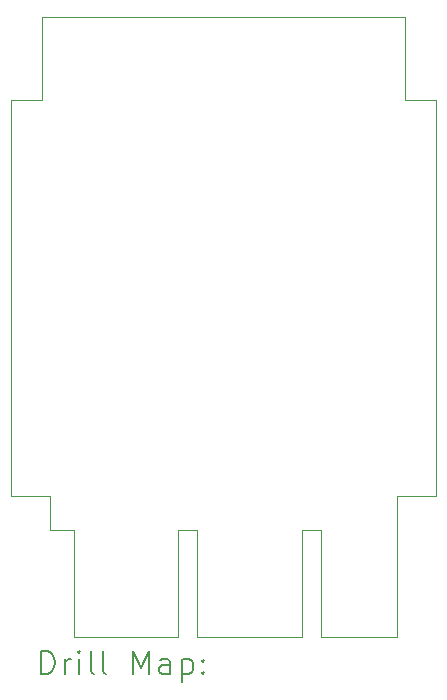
<source format=gbr>
%FSLAX45Y45*%
G04 Gerber Fmt 4.5, Leading zero omitted, Abs format (unit mm)*
G04 Created by KiCad (PCBNEW (6.0.1)) date 2022-02-03 01:48:56*
%MOMM*%
%LPD*%
G01*
G04 APERTURE LIST*
%TA.AperFunction,Profile*%
%ADD10C,0.050000*%
%TD*%
%ADD11C,0.200000*%
G04 APERTURE END LIST*
D10*
X19015000Y-11940000D02*
X19015000Y-12850000D01*
X17965000Y-11940000D02*
X17965000Y-12850000D01*
X20150000Y-11650000D02*
X19820000Y-11650000D01*
X18125000Y-12850000D02*
X18125000Y-11940000D01*
X19820000Y-12850000D02*
X19175000Y-12850000D01*
X17965000Y-12850000D02*
X17085000Y-12850000D01*
X19820000Y-11650000D02*
X19820000Y-12850000D01*
X19175000Y-11940000D02*
X19015000Y-11940000D01*
X16880000Y-11940000D02*
X16880000Y-11650000D01*
X18125000Y-11940000D02*
X17965000Y-11940000D01*
X19015000Y-12850000D02*
X18125000Y-12850000D01*
X19175000Y-12850000D02*
X19175000Y-11940000D01*
X17085000Y-11940000D02*
X16880000Y-11940000D01*
X19890000Y-8300000D02*
X20150000Y-8300000D01*
X19890000Y-7600000D02*
X19890000Y-8300000D01*
X20150000Y-8300000D02*
X20150000Y-11650000D01*
X16550000Y-11650000D02*
X16550000Y-8300000D01*
X16880000Y-11650000D02*
X16550000Y-11650000D01*
X17085000Y-11940000D02*
X17085000Y-12850000D01*
X16810000Y-8300000D02*
X16810000Y-7600000D01*
X16550000Y-8300000D02*
X16810000Y-8300000D01*
X16810000Y-7600000D02*
X19890000Y-7600000D01*
D11*
X16805119Y-13162976D02*
X16805119Y-12962976D01*
X16852738Y-12962976D01*
X16881310Y-12972500D01*
X16900357Y-12991548D01*
X16909881Y-13010595D01*
X16919405Y-13048690D01*
X16919405Y-13077262D01*
X16909881Y-13115357D01*
X16900357Y-13134405D01*
X16881310Y-13153452D01*
X16852738Y-13162976D01*
X16805119Y-13162976D01*
X17005119Y-13162976D02*
X17005119Y-13029643D01*
X17005119Y-13067738D02*
X17014643Y-13048690D01*
X17024167Y-13039167D01*
X17043214Y-13029643D01*
X17062262Y-13029643D01*
X17128929Y-13162976D02*
X17128929Y-13029643D01*
X17128929Y-12962976D02*
X17119405Y-12972500D01*
X17128929Y-12982024D01*
X17138452Y-12972500D01*
X17128929Y-12962976D01*
X17128929Y-12982024D01*
X17252738Y-13162976D02*
X17233690Y-13153452D01*
X17224167Y-13134405D01*
X17224167Y-12962976D01*
X17357500Y-13162976D02*
X17338452Y-13153452D01*
X17328929Y-13134405D01*
X17328929Y-12962976D01*
X17586071Y-13162976D02*
X17586071Y-12962976D01*
X17652738Y-13105833D01*
X17719405Y-12962976D01*
X17719405Y-13162976D01*
X17900357Y-13162976D02*
X17900357Y-13058214D01*
X17890833Y-13039167D01*
X17871786Y-13029643D01*
X17833690Y-13029643D01*
X17814643Y-13039167D01*
X17900357Y-13153452D02*
X17881310Y-13162976D01*
X17833690Y-13162976D01*
X17814643Y-13153452D01*
X17805119Y-13134405D01*
X17805119Y-13115357D01*
X17814643Y-13096309D01*
X17833690Y-13086786D01*
X17881310Y-13086786D01*
X17900357Y-13077262D01*
X17995595Y-13029643D02*
X17995595Y-13229643D01*
X17995595Y-13039167D02*
X18014643Y-13029643D01*
X18052738Y-13029643D01*
X18071786Y-13039167D01*
X18081310Y-13048690D01*
X18090833Y-13067738D01*
X18090833Y-13124881D01*
X18081310Y-13143928D01*
X18071786Y-13153452D01*
X18052738Y-13162976D01*
X18014643Y-13162976D01*
X17995595Y-13153452D01*
X18176548Y-13143928D02*
X18186071Y-13153452D01*
X18176548Y-13162976D01*
X18167024Y-13153452D01*
X18176548Y-13143928D01*
X18176548Y-13162976D01*
X18176548Y-13039167D02*
X18186071Y-13048690D01*
X18176548Y-13058214D01*
X18167024Y-13048690D01*
X18176548Y-13039167D01*
X18176548Y-13058214D01*
M02*

</source>
